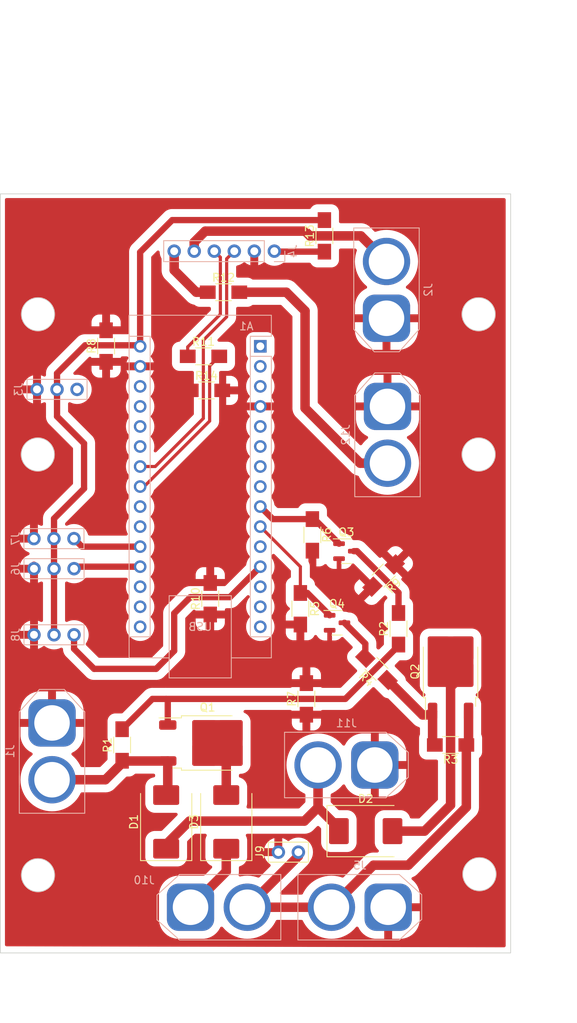
<source format=kicad_pcb>
(kicad_pcb (version 20221018) (generator pcbnew)
  (layers (0 "F.Cu" signal) (31 "B.Cu" signal) (34 "B.Paste" user) (35 "F.Paste" user) (36 "B.SilkS" user "B.Silkscreen") (37 "F.SilkS" user "F.Silkscreen") (38 "B.Mask" user) (39 "F.Mask" user) (44 "Edge.Cuts" user))
  (net 0 "")
  (net 4 "PWR_GND")
  (net 10 "ESC")
  (net 17 "CH3")
  (net 18 "CH6")
  (net 25 "PWR_5V")
  (net 26 "INA_IN")
  (net 27 "PANEL_IN")
  (net 28 "Net-(D2-A)")
  (net 29 "RESIS_IN")
  (net 30 "Net-(D3-A)")
  (net 31 "PANEL_OUT")
  (net 33 "SCL")
  (net 34 "SDA")
  (net 35 "Net-(Q1-G)")
  (net 36 "Net-(Q2-G)")
  (net 37 "CHARGE_EN")
  (net 38 "Net-(Q3-D)")
  (net 39 "SC_EN")
  (net 40 "Net-(Q4-D)")
  (net 41 "RESIS_OUT")
  (net 42 "STEP-UP_IN+")
  (footprint "fab:R_1206" (layer "F.Cu") (at 106.934 85.058 90)
    (fp_text reference "R8" (at 0 -1.85 90) (layer "F.SilkS"))
    (fp_text value "0 Ohm")
    (fp_line (start -1 -1.07) (end 1 -1.07) (stroke (width 0.12)) (layer "F.SilkS"))
    (fp_line (start 1 1.07) (end -1 1.07) (stroke (width 0.12)) (layer "F.SilkS"))
    (pad "1" smd rect (at -2 0 90) (size 2 1.7) (layers "F.Cu" "F.Paste" "F.Mask") (net 4 "PWR_GND"))
    (pad "2" smd rect (at 2 0 90) (size 2 1.7) (layers "F.Cu" "F.Paste" "F.Mask") (net 4 "PWR_GND"))
  )
  (footprint "Package_TO_SOT_SMD:TO-252-2" (layer "F.Cu") (at 150.621 126.331 90)
    (fp_text reference "Q2" (at 0 -4.5 90) (layer "F.SilkS"))
    (fp_text value "SUD08P06-155L")
    (fp_line (start -3.31 -3.45) (end -3.31 -3.18) (stroke (width 0.12)) (layer "F.SilkS"))
    (fp_line (start -3.31 -3.18) (end -6.14 -3.18) (stroke (width 0.12)) (layer "F.SilkS"))
    (fp_line (start -3.31 3.18) (end -4.41 3.18) (stroke (width 0.12)) (layer "F.SilkS"))
    (fp_line (start -3.31 3.45) (end -3.31 3.18) (stroke (width 0.12)) (layer "F.SilkS"))
    (fp_line (start 3.11 -3.45) (end -3.31 -3.45) (stroke (width 0.12)) (layer "F.SilkS"))
    (fp_line (start 3.11 3.45) (end -3.31 3.45) (stroke (width 0.12)) (layer "F.SilkS"))
    (pad "1" smd roundrect (at -5.04 -2.28 90) (size 2.2 1.2) (layers "F.Cu" "F.Paste" "F.Mask") (roundrect_rratio 0.2083333333) (net 36 "Net-(Q2-G)"))
    (pad "2" smd roundrect (at -0.415 -1.525 90) (size 3.05 2.75) (layers "F.Cu" "F.Paste") (roundrect_rratio 0.09090909091) (net 28 "Net-(D2-A)"))
    (pad "2" smd roundrect (at -0.415 1.525 90) (size 3.05 2.75) (layers "F.Cu" "F.Paste") (roundrect_rratio 0.09090909091) (net 28 "Net-(D2-A)"))
    (pad "2" smd roundrect (at 1.26 0 90) (size 6.4 5.8) (layers "F.Cu" "F.Mask") (roundrect_rratio 0.04310293103) (net 28 "Net-(D2-A)"))
    (pad "2" smd roundrect (at 2.935 -1.525 90) (size 3.05 2.75) (layers "F.Cu" "F.Paste") (roundrect_rratio 0.09090909091) (net 28 "Net-(D2-A)"))
    (pad "2" smd roundrect (at 2.935 1.525 90) (size 3.05 2.75) (layers "F.Cu" "F.Paste") (roundrect_rratio 0.09090909091) (net 28 "Net-(D2-A)"))
    (pad "3" smd roundrect (at -5.04 2.28 90) (size 2.2 1.2) (layers "F.Cu" "F.Paste" "F.Mask") (roundrect_rratio 0.2083333333) (net 41 "RESIS_OUT"))
  )
  (footprint "fab:R_1206" (layer "F.Cu") (at 132.334 129.794 90)
    (fp_text reference "R7" (at 0 -1.85 90) (layer "F.SilkS"))
    (fp_text value "0 Ohm")
    (fp_line (start -1 -1.07) (end 1 -1.07) (stroke (width 0.12)) (layer "F.SilkS"))
    (fp_line (start 1 1.07) (end -1 1.07) (stroke (width 0.12)) (layer "F.SilkS"))
    (pad "1" smd rect (at -2 0 90) (size 2 1.7) (layers "F.Cu" "F.Paste" "F.Mask") (net 4 "PWR_GND"))
    (pad "2" smd rect (at 2 0 90) (size 2 1.7) (layers "F.Cu" "F.Paste" "F.Mask") (net 4 "PWR_GND"))
  )
  (footprint "fab:R_1206" (layer "F.Cu") (at 120.142 117.094 90)
    (fp_text reference "R10" (at 0 -1.85 90) (layer "F.SilkS"))
    (fp_text value "0 Ohm")
    (fp_line (start -1 -1.07) (end 1 -1.07) (stroke (width 0.12)) (layer "F.SilkS"))
    (fp_line (start 1 1.07) (end -1 1.07) (stroke (width 0.12)) (layer "F.SilkS"))
    (pad "1" smd rect (at -2 0 90) (size 2 1.7) (layers "F.Cu" "F.Paste" "F.Mask") (net 4 "PWR_GND"))
    (pad "2" smd rect (at 2 0 90) (size 2 1.7) (layers "F.Cu" "F.Paste" "F.Mask") (net 4 "PWR_GND"))
  )
  (footprint "fab:R_1206" (layer "F.Cu") (at 121.825 78.232)
    (fp_text reference "R12" (at 0 -1.85) (layer "F.SilkS"))
    (fp_text value "0 Ohm")
    (fp_line (start -1 -1.07) (end 1 -1.07) (stroke (width 0.12)) (layer "F.SilkS"))
    (fp_line (start 1 1.07) (end -1 1.07) (stroke (width 0.12)) (layer "F.SilkS"))
    (pad "1" smd rect (at -2 0) (size 2 1.7) (layers "F.Cu" "F.Paste" "F.Mask") (net 26 "INA_IN"))
    (pad "2" smd rect (at 2 0) (size 2 1.7) (layers "F.Cu" "F.Paste" "F.Mask") (net 26 "INA_IN"))
  )
  (footprint "fab:R_1206" (layer "F.Cu") (at 119.285 86.36)
    (fp_text reference "R11" (at 0 -1.85) (layer "F.SilkS"))
    (fp_text value "0 Ohm")
    (fp_line (start -1 -1.07) (end 1 -1.07) (stroke (width 0.12)) (layer "F.SilkS"))
    (fp_line (start 1 1.07) (end -1 1.07) (stroke (width 0.12)) (layer "F.SilkS"))
    (pad "1" smd rect (at -2 0) (size 2 1.7) (layers "F.Cu" "F.Paste" "F.Mask") (net 34 "SDA"))
    (pad "2" smd rect (at 2 0) (size 2 1.7) (layers "F.Cu" "F.Paste" "F.Mask") (net 34 "SDA"))
  )
  (footprint "Package_TO_SOT_SMD:SOT-23" (layer "F.Cu") (at 137.414 111.064)
    (fp_text reference "Q3" (at 0 -2.4) (layer "F.SilkS"))
    (fp_text value "BSS123")
    (fp_line (start 0 -1.56) (end -1.675 -1.56) (stroke (width 0.12)) (layer "F.SilkS"))
    (fp_line (start 0 -1.56) (end 0.65 -1.56) (stroke (width 0.12)) (layer "F.SilkS"))
    (fp_line (start 0 1.56) (end -0.65 1.56) (stroke (width 0.12)) (layer "F.SilkS"))
    (fp_line (start 0 1.56) (end 0.65 1.56) (stroke (width 0.12)) (layer "F.SilkS"))
    (pad "1" smd roundrect (at -0.9375 -0.95) (size 1.475 0.6) (layers "F.Cu" "F.Paste" "F.Mask") (net 37 "CHARGE_EN"))
    (pad "2" smd roundrect (at -0.9375 0.95) (size 1.475 0.6) (layers "F.Cu" "F.Paste" "F.Mask") (net 4 "PWR_GND"))
    (pad "3" smd roundrect (at 0.9375 0) (size 1.475 0.6) (layers "F.Cu" "F.Paste" "F.Mask") (net 38 "Net-(Q3-D)"))
  )
  (footprint "fab:R_1206" (layer "F.Cu") (at 131.572 118.364 -90)
    (fp_text reference "R5" (at 0 -1.85 90) (layer "F.SilkS"))
    (fp_text value "10K")
    (fp_line (start -1 -1.07) (end 1 -1.07) (stroke (width 0.12)) (layer "F.SilkS"))
    (fp_line (start 1 1.07) (end -1 1.07) (stroke (width 0.12)) (layer "F.SilkS"))
    (pad "1" smd rect (at -2 0 270) (size 2 1.7) (layers "F.Cu" "F.Paste" "F.Mask") (net 39 "SC_EN"))
    (pad "2" smd rect (at 2 0 270) (size 2 1.7) (layers "F.Cu" "F.Paste" "F.Mask") (net 4 "PWR_GND"))
  )
  (footprint "Diode_SMD:D_SMC" (layer "F.Cu") (at 139.856 146.558)
    (fp_text reference "D2" (at 0 -4.1) (layer "F.SilkS"))
    (fp_text value "D_Schottky")
    (fp_line (start -4.91 -3.25) (end 3.6 -3.25) (stroke (width 0.12)) (layer "F.SilkS"))
    (fp_line (start -4.91 3.25) (end -4.91 -3.25) (stroke (width 0.12)) (layer "F.SilkS"))
    (fp_line (start -4.91 3.25) (end 3.6 3.25) (stroke (width 0.12)) (layer "F.SilkS"))
    (pad "1" smd roundrect (at -3.4 0 90) (size 3.3 2.5) (layers "F.Cu" "F.Paste" "F.Mask") (roundrect_rratio 0.1) (net 42 "STEP-UP_IN+"))
    (pad "2" smd roundrect (at 3.4 0 90) (size 3.3 2.5) (layers "F.Cu" "F.Paste" "F.Mask") (roundrect_rratio 0.1) (net 28 "Net-(D2-A)"))
  )
  (footprint "fab:R_1206" (layer "F.Cu") (at 108.966 135.636 90)
    (fp_text reference "R1" (at 0 -1.85 90) (layer "F.SilkS"))
    (fp_text value "10K")
    (fp_line (start -1 -1.07) (end 1 -1.07) (stroke (width 0.12)) (layer "F.SilkS"))
    (fp_line (start 1 1.07) (end -1 1.07) (stroke (width 0.12)) (layer "F.SilkS"))
    (pad "1" smd rect (at -2 0 90) (size 2 1.7) (layers "F.Cu" "F.Paste" "F.Mask") (net 27 "PANEL_IN"))
    (pad "2" smd rect (at 2 0 90) (size 2 1.7) (layers "F.Cu" "F.Paste" "F.Mask") (net 35 "Net-(Q1-G)"))
  )
  (footprint "fab:R_1206" (layer "F.Cu") (at 144.018 120.904 90)
    (fp_text reference "R2" (at 0 -1.85 90) (layer "F.SilkS"))
    (fp_text value "10K")
    (fp_line (start -1 -1.07) (end 1 -1.07) (stroke (width 0.12)) (layer "F.SilkS"))
    (fp_line (start 1 1.07) (end -1 1.07) (stroke (width 0.12)) (layer "F.SilkS"))
    (pad "1" smd rect (at -2 0 90) (size 2 1.7) (layers "F.Cu" "F.Paste" "F.Mask") (net 35 "Net-(Q1-G)"))
    (pad "2" smd rect (at 2 0 90) (size 2 1.7) (layers "F.Cu" "F.Paste" "F.Mask") (net 38 "Net-(Q3-D)"))
  )
  (footprint "fab:R_1206" (layer "F.Cu") (at 119.666 90.678)
    (fp_text reference "R14" (at 0 -1.85) (layer "F.SilkS"))
    (fp_text value "0 Ohm")
    (fp_line (start -1 -1.07) (end 1 -1.07) (stroke (width 0.12)) (layer "F.SilkS"))
    (fp_line (start 1 1.07) (end -1 1.07) (stroke (width 0.12)) (layer "F.SilkS"))
    (pad "1" smd rect (at -2 0) (size 2 1.7) (layers "F.Cu" "F.Paste" "F.Mask") (net 4 "PWR_GND"))
    (pad "2" smd rect (at 2 0) (size 2 1.7) (layers "F.Cu" "F.Paste" "F.Mask") (net 4 "PWR_GND"))
  )
  (footprint "fab:R_1206" (layer "F.Cu") (at 134.62 71.088 90)
    (fp_text reference "R13" (at 0 -1.85 90) (layer "F.SilkS"))
    (fp_text value "0 Ohm")
    (fp_line (start -1 -1.07) (end 1 -1.07) (stroke (width 0.12)) (layer "F.SilkS"))
    (fp_line (start 1 1.07) (end -1 1.07) (stroke (width 0.12)) (layer "F.SilkS"))
    (pad "1" smd rect (at -2 0 90) (size 2 1.7) (layers "F.Cu" "F.Paste" "F.Mask") (net 25 "PWR_5V"))
    (pad "2" smd rect (at 2 0 90) (size 2 1.7) (layers "F.Cu" "F.Paste" "F.Mask") (net 25 "PWR_5V"))
  )
  (footprint "Diode_SMD:D_SMC" (layer "F.Cu") (at 122.174 145.386 90)
    (fp_text reference "D3" (at 0 -4.1 90) (layer "F.SilkS"))
    (fp_text value "D_Schottky")
    (fp_line (start -4.91 -3.25) (end 3.6 -3.25) (stroke (width 0.12)) (layer "F.SilkS"))
    (fp_line (start -4.91 3.25) (end -4.91 -3.25) (stroke (width 0.12)) (layer "F.SilkS"))
    (fp_line (start -4.91 3.25) (end 3.6 3.25) (stroke (width 0.12)) (layer "F.SilkS"))
    (pad "1" smd roundrect (at -3.4 0 180) (size 3.3 2.5) (layers "F.Cu" "F.Paste" "F.Mask") (roundrect_rratio 0.1) (net 29 "RESIS_IN"))
    (pad "2" smd roundrect (at 3.4 0 180) (size 3.3 2.5) (layers "F.Cu" "F.Paste" "F.Mask") (roundrect_rratio 0.1) (net 30 "Net-(D3-A)"))
  )
  (footprint "fab:PinHeader_1x02_P2.54mm_Vertical_THT_D1mm" (layer "F.Cu") (at 128.778 149.225 90)
    (fp_text reference "J9" (at 0 -2.33 90) (layer "F.SilkS"))
    (fp_text value "Sensor_SC+")
    (fp_line (start -1.27 -1.27) (end -1.27 3.81) (stroke (width 0.12)) (layer "F.SilkS"))
    (fp_line (start -1.27 -1.27) (end 1.27 -1.27) (stroke (width 0.12)) (layer "F.SilkS"))
    (fp_line (start -1.27 3.81) (end 1.27 3.81) (stroke (width 0.12)) (layer "F.SilkS"))
    (fp_line (start 1.27 -1.27) (end 1.27 3.81) (stroke (width 0.12)) (layer "F.SilkS"))
    (pad "1" thru_hole oval (at 0 0 90) (size 1.7 1.7) (drill 1) (layers "*.Cu" "*.Mask") (net 4 "PWR_GND"))
    (pad "2" thru_hole oval (at 0 2.54 90) (size 1.7 1.7) (drill 1) (layers "*.Cu" "*.Mask") (net 41 "RESIS_OUT"))
  )
  (footprint "fab:R_1206" (layer "F.Cu") (at 141.224 125.984 135)
    (fp_text reference "R4" (at 0 -1.85 135) (layer "F.SilkS"))
    (fp_text value "10K")
    (fp_line (start -1 -1.07) (end 1 -1.07) (stroke (width 0.12)) (layer "F.SilkS"))
    (fp_line (start 1 1.07) (end -1 1.07) (stroke (width 0.12)) (layer "F.SilkS"))
    (pad "1" smd rect (at -2 0 135) (size 2 1.7) (layers "F.Cu" "F.Paste" "F.Mask") (net 36 "Net-(Q2-G)"))
    (pad "2" smd rect (at 2 0 135) (size 2 1.7) (layers "F.Cu" "F.Paste" "F.Mask") (net 40 "Net-(Q4-D)"))
  )
  (footprint "fab:R_1206" (layer "F.Cu") (at 142.130214 114.155786 -135)
    (fp_text reference "R9" (at 0 -1.85 45) (layer "F.SilkS"))
    (fp_text value "0 Ohm")
    (fp_line (start -1 -1.07) (end 1 -1.07) (stroke (width 0.12)) (layer "F.SilkS"))
    (fp_line (start 1 1.07) (end -1 1.07) (stroke (width 0.12)) (layer "F.SilkS"))
    (pad "1" smd rect (at -2 0 225) (size 2 1.7) (layers "F.Cu" "F.Paste" "F.Mask") (net 4 "PWR_GND"))
    (pad "2" smd rect (at 2 0 225) (size 2 1.7) (layers "F.Cu" "F.Paste" "F.Mask") (net 4 "PWR_GND"))
  )
  (footprint "Package_TO_SOT_SMD:SOT-23" (layer "F.Cu") (at 136.2225 120.142)
    (fp_text reference "Q4" (at 0 -2.4) (layer "F.SilkS"))
    (fp_text value "BSS123")
    (fp_line (start 0 -1.56) (end -1.675 -1.56) (stroke (width 0.12)) (layer "F.SilkS"))
    (fp_line (start 0 -1.56) (end 0.65 -1.56) (stroke (width 0.12)) (layer "F.SilkS"))
    (fp_line (start 0 1.56) (end -0.65 1.56) (stroke (width 0.12)) (layer "F.SilkS"))
    (fp_line (start 0 1.56) (end 0.65 1.56) (stroke (width 0.12)) (layer "F.SilkS"))
    (pad "1" smd roundrect (at -0.9375 -0.95) (size 1.475 0.6) (layers "F.Cu" "F.Paste" "F.Mask") (net 39 "SC_EN"))
    (pad "2" smd roundrect (at -0.9375 0.95) (size 1.475 0.6) (layers "F.Cu" "F.Paste" "F.Mask") (net 4 "PWR_GND"))
    (pad "3" smd roundrect (at 0.9375 0) (size 1.475 0.6) (layers "F.Cu" "F.Paste" "F.Mask") (net 40 "Net-(Q4-D)"))
  )
  (footprint "Package_TO_SOT_SMD:TO-252-2" (layer "F.Cu") (at 119.795 135.383)
    (fp_text reference "Q1" (at 0 -4.5) (layer "F.SilkS"))
    (fp_text value "SUD08P06-155L")
    (fp_line (start -3.31 -3.45) (end -3.31 -3.18) (stroke (width 0.12)) (layer "F.SilkS"))
    (fp_line (start -3.31 -3.18) (end -6.14 -3.18) (stroke (width 0.12)) (layer "F.SilkS"))
    (fp_line (start -3.31 3.18) (end -4.41 3.18) (stroke (width 0.12)) (layer "F.SilkS"))
    (fp_line (start -3.31 3.45) (end -3.31 3.18) (stroke (width 0.12)) (layer "F.SilkS"))
    (fp_line (start 3.11 -3.45) (end -3.31 -3.45) (stroke (width 0.12)) (layer "F.SilkS"))
    (fp_line (start 3.11 3.45) (end -3.31 3.45) (stroke (width 0.12)) (layer "F.SilkS"))
    (pad "1" smd roundrect (at -5.04 -2.28) (size 2.2 1.2) (layers "F.Cu" "F.Paste" "F.Mask") (roundrect_rratio 0.2083333333) (net 35 "Net-(Q1-G)"))
    (pad "2" smd roundrect (at -0.415 -1.525) (size 3.05 2.75) (layers "F.Cu" "F.Paste") (roundrect_rratio 0.09090909091) (net 30 "Net-(D3-A)"))
    (pad "2" smd roundrect (at -0.415 1.525) (size 3.05 2.75) (layers "F.Cu" "F.Paste") (roundrect_rratio 0.09090909091) (net 30 "Net-(D3-A)"))
    (pad "2" smd roundrect (at 1.26 0) (size 6.4 5.8) (layers "F.Cu" "F.Mask") (roundrect_rratio 0.04310293103) (net 30 "Net-(D3-A)"))
    (pad "2" smd roundrect (at 2.935 -1.525) (size 3.05 2.75) (layers "F.Cu" "F.Paste") (roundrect_rratio 0.09090909091) (net 30 "Net-(D3-A)"))
    (pad "2" smd roundrect (at 2.935 1.525) (size 3.05 2.75) (layers "F.Cu" "F.Paste") (roundrect_rratio 0.09090909091) (net 30 "Net-(D3-A)"))
    (pad "3" smd roundrect (at -5.04 2.28) (size 2.2 1.2) (layers "F.Cu" "F.Paste" "F.Mask") (roundrect_rratio 0.2083333333) (net 27 "PANEL_IN"))
  )
  (footprint "Diode_SMD:D_SMC" (layer "F.Cu") (at 114.554 145.386 90)
    (fp_text reference "D1" (at 0 -4.1 90) (layer "F.SilkS"))
    (fp_text value "D_Schottky")
    (fp_line (start -4.91 -3.25) (end 3.6 -3.25) (stroke (width 0.12)) (layer "F.SilkS"))
    (fp_line (start -4.91 3.25) (end -4.91 -3.25) (stroke (width 0.12)) (layer "F.SilkS"))
    (fp_line (start -4.91 3.25) (end 3.6 3.25) (stroke (width 0.12)) (layer "F.SilkS"))
    (pad "1" smd roundrect (at -3.4 0 180) (size 3.3 2.5) (layers "F.Cu" "F.Paste" "F.Mask") (roundrect_rratio 0.1) (net 42 "STEP-UP_IN+"))
    (pad "2" smd roundrect (at 3.4 0 180) (size 3.3 2.5) (layers "F.Cu" "F.Paste" "F.Mask") (roundrect_rratio 0.1) (net 27 "PANEL_IN"))
  )
  (footprint "fab:R_1206" (layer "F.Cu") (at 150.622 135.636 180)
    (fp_text reference "R3" (at 0 -1.85) (layer "F.SilkS"))
    (fp_text value "10K")
    (fp_line (start -1 -1.07) (end 1 -1.07) (stroke (width 0.12)) (layer "F.SilkS"))
    (fp_line (start 1 1.07) (end -1 1.07) (stroke (width 0.12)) (layer "F.SilkS"))
    (pad "1" smd rect (at -2 0 180) (size 2 1.7) (layers "F.Cu" "F.Paste" "F.Mask") (net 41 "RESIS_OUT"))
    (pad "2" smd rect (at 2 0 180) (size 2 1.7) (layers "F.Cu" "F.Paste" "F.Mask") (net 36 "Net-(Q2-G)"))
  )
  (footprint "fab:R_1206" (layer "F.Cu") (at 133.096 108.998 -90)
    (fp_text reference "R6" (at 0 -1.85 90) (layer "F.SilkS"))
    (fp_text value "10K")
    (fp_line (start -1 -1.07) (end 1 -1.07) (stroke (width 0.12)) (layer "F.SilkS"))
    (fp_line (start 1 1.07) (end -1 1.07) (stroke (width 0.12)) (layer "F.SilkS"))
    (pad "1" smd rect (at -2 0 270) (size 2 1.7) (layers "F.Cu" "F.Paste" "F.Mask") (net 37 "CHARGE_EN"))
    (pad "2" smd rect (at 2 0 270) (size 2 1.7) (layers "F.Cu" "F.Paste" "F.Mask") (net 4 "PWR_GND"))
  )
  (footprint "fab:PinHeader_1x03_P2.54mm_Vertical_THT_D1mm" (layer "B.Cu") (at 97.78 109.474 -90)
    (fp_text reference "J7" (at 0 2.33 90) (layer "B.SilkS") (effects (justify mirror)))
    (fp_text value "Conn 1x3 - CH6 auto")
    (fp_line (start -1.27 -6.35) (end 1.27 -6.35) (stroke (width 0.12)) (layer "B.SilkS"))
    (fp_line (start -1.27 1.27) (end -1.27 -6.35) (stroke (width 0.12)) (layer "B.SilkS"))
    (fp_line (start -1.27 1.27) (end 1.27 1.27) (stroke (width 0.12)) (layer "B.SilkS"))
    (fp_line (start 1.27 1.27) (end 1.27 -6.35) (stroke (width 0.12)) (layer "B.SilkS"))
    (pad "1" thru_hole oval (at 0 0 270) (size 1.7 1.7) (drill 1) (layers "*.Cu" "*.Mask") (net 4 "PWR_GND"))
    (pad "2" thru_hole oval (at 0 -2.54 270) (size 1.7 1.7) (drill 1) (layers "*.Cu" "*.Mask") (net 25 "PWR_5V"))
    (pad "3" thru_hole oval (at 0 -5.08 270) (size 1.7 1.7) (drill 1) (layers "*.Cu" "*.Mask") (net 18 "CH6"))
  )
  (footprint "fab:PinHeader_1x06_P2.54mm_Vertical_THT_D1mm" (layer "B.Cu") (at 128.27 73.025 90)
    (fp_text reference "J4" (at 0 2.33 270) (layer "B.SilkS") (effects (justify mirror)))
    (fp_text value "Conn_01x06 INA219")
    (fp_line (start -1.33 -14.03) (end 1.33 -14.03) (stroke (width 0.12)) (layer "B.SilkS"))
    (fp_line (start -1.33 -1.27) (end -1.33 -14.03) (stroke (width 0.12)) (layer "B.SilkS"))
    (fp_line (start -1.33 -1.27) (end 1.33 -1.27) (stroke (width 0.12)) (layer "B.SilkS"))
    (fp_line (start -1.33 0) (end -1.33 1.33) (stroke (width 0.12)) (layer "B.SilkS"))
    (fp_line (start -1.33 1.33) (end 0 1.33) (stroke (width 0.12)) (layer "B.SilkS"))
    (fp_line (start 1.33 -1.27) (end 1.33 -14.03) (stroke (width 0.12)) (layer "B.SilkS"))
    (pad "1" thru_hole circle (at 0 0 90) (size 1.7 1.7) (drill 1) (layers "*.Cu" "*.Mask") (net 25 "PWR_5V"))
    (pad "2" thru_hole oval (at 0 -2.54 90) (size 1.7 1.7) (drill 1) (layers "*.Cu" "*.Mask") (net 4 "PWR_GND"))
    (pad "3" thru_hole oval (at 0 -5.08 90) (size 1.7 1.7) (drill 1) (layers "*.Cu" "*.Mask") (net 33 "SCL"))
    (pad "4" thru_hole oval (at 0 -7.62 90) (size 1.7 1.7) (drill 1) (layers "*.Cu" "*.Mask") (net 34 "SDA"))
    (pad "5" thru_hole oval (at 0 -10.16 90) (size 1.7 1.7) (drill 1) (layers "*.Cu" "*.Mask") (net 31 "PANEL_OUT"))
    (pad "6" thru_hole oval (at 0 -12.7 90) (size 1.7 1.7) (drill 1) (layers "*.Cu" "*.Mask") (net 26 "INA_IN"))
  )
  (footprint "Connector_AMASS:AMASS_XT60-M_1x02_P7.20mm_Vertical" (layer "B.Cu") (at 141.014 138.176 180)
    (fp_text reference "J11" (at 3.6 5.3) (layer "B.SilkS") (effects (justify mirror)))
    (fp_text value "STEP-UP-IN")
    (fp_line (start -4.25 -1.55) (end -1.4 -4.15) (stroke (width 0.12)) (layer "B.SilkS"))
    (fp_line (start -4.25 1.6) (end -4.25 -1.55) (stroke (width 0.12)) (layer "B.SilkS"))
    (fp_line (start -1.4 -4.15) (end 11.45 -4.15) (stroke (width 0.12)) (layer "B.SilkS"))
    (fp_line (start -1.4 4.15) (end -4.25 1.6) (stroke (width 0.12)) (layer "B.SilkS"))
    (fp_line (start 11.45 -4.15) (end 11.45 4.15) (stroke (width 0.12)) (layer "B.SilkS"))
    (fp_line (start 11.45 4.15) (end -1.4 4.15) (stroke (width 0.12)) (layer "B.SilkS"))
    (pad "1" thru_hole roundrect (at 0 0 180) (size 6 6) (drill 4.5) (layers "*.Cu" "*.Mask") (net 4 "PWR_GND"))
    (pad "2" thru_hole circle (at 7.2 0 180) (size 6 6) (drill 4.5) (layers "*.Cu" "*.Mask") (net 42 "STEP-UP_IN+"))
  )
  (footprint "Module:Arduino_Nano" (layer "B.Cu") (at 126.492 85.09 180)
    (fp_text reference "A1" (at 1.778 2.54) (layer "B.SilkS") (effects (justify mirror)))
    (fp_text value "Arduino_Nano_v3.x")
    (fp_text user "USB" (at 7.62 -35.56 unlocked) (layer "B.SilkS") (effects (justify mirror)))
    (fp_line (start -1.4 -39.5) (end 3.68 -39.5) (stroke (width 0.12)) (layer "B.SilkS"))
    (fp_line (start -1.4 -1.27) (end -1.4 -39.5) (stroke (width 0.12)) (layer "B.SilkS"))
    (fp_line (start -1.4 3.94) (end -1.4 1.27) (stroke (width 0.12)) (layer "B.SilkS"))
    (fp_line (start 1.27 -36.83) (end -1.4 -36.83) (stroke (width 0.12)) (layer "B.SilkS"))
    (fp_line (start 1.27 -1.27) (end -1.4 -1.27) (stroke (width 0.12)) (layer "B.SilkS"))
    (fp_line (start 1.27 -1.27) (end 1.27 -36.83) (stroke (width 0.12)) (layer "B.SilkS"))
    (fp_line (start 1.27 -1.27) (end 1.27 1.27) (stroke (width 0.12)) (layer "B.SilkS"))
    (fp_line (start 1.27 1.27) (end -1.4 1.27) (stroke (width 0.12)) (layer "B.SilkS"))
    (fp_line (start 3.68 -42.04) (end 3.68 -31.62) (stroke (width 0.12)) (layer "B.SilkS"))
    (fp_line (start 3.68 -31.62) (end 11.56 -31.62) (stroke (width 0.12)) (layer "B.SilkS"))
    (fp_line (start 11.56 -42.04) (end 3.68 -42.04) (stroke (width 0.12)) (layer "B.SilkS"))
    (fp_line (start 11.56 -31.62) (end 11.56 -42.04) (stroke (width 0.12)) (layer "B.SilkS"))
    (fp_line (start 13.97 -36.83) (end 16.64 -36.83) (stroke (width 0.12)) (layer "B.SilkS"))
    (fp_line (start 13.97 1.27) (end 13.97 -36.83) (stroke (width 0.12)) (layer "B.SilkS"))
    (fp_line (start 13.97 1.27) (end 16.64 1.27) (stroke (width 0.12)) (layer "B.SilkS"))
    (fp_line (start 16.64 -39.5) (end 11.56 -39.5) (stroke (width 0.12)) (layer "B.SilkS"))
    (fp_line (start 16.64 -39.5) (end 16.64 3.94) (stroke (width 0.12)) (layer "B.SilkS"))
    (fp_line (start 16.64 3.94) (end -1.4 3.94) (stroke (width 0.12)) (layer "B.SilkS"))
    (pad "1" thru_hole rect (at 0 0 180) (size 1.6 1.6) (drill 1) (layers "*.Cu" "*.Mask"))
    (pad "2" thru_hole oval (at 0 -2.54 180) (size 1.6 1.6) (drill 1) (layers "*.Cu" "*.Mask"))
    (pad "3" thru_hole oval (at 0 -5.08 180) (size 1.6 1.6) (drill 1) (layers "*.Cu" "*.Mask"))
    (pad "4" thru_hole oval (at 0 -7.62 180) (size 1.6 1.6) (drill 1) (layers "*.Cu" "*.Mask") (net 4 "PWR_GND"))
    (pad "5" thru_hole oval (at 0 -10.16 180) (size 1.6 1.6) (drill 1) (layers "*.Cu" "*.Mask"))
    (pad "6" thru_hole oval (at 0 -12.7 180) (size 1.6 1.6) (drill 1) (layers "*.Cu" "*.Mask"))
    (pad "7" thru_hole oval (at 0 -15.24 180) (size 1.6 1.6) (drill 1) (layers "*.Cu" "*.Mask"))
    (pad "8" thru_hole oval (at 0 -17.78 180) (size 1.6 1.6) (drill 1) (layers "*.Cu" "*.Mask"))
    (pad "9" thru_hole oval (at 0 -20.32 180) (size 1.6 1.6) (drill 1) (layers "*.Cu" "*.Mask") (net 37 "CHARGE_EN"))
    (pad "10" thru_hole oval (at 0 -22.86 180) (size 1.6 1.6) (drill 1) (layers "*.Cu" "*.Mask") (net 39 "SC_EN"))
    (pad "11" thru_hole oval (at 0 -25.4 180) (size 1.6 1.6) (drill 1) (layers "*.Cu" "*.Mask"))
    (pad "12" thru_hole oval (at 0 -27.94 180) (size 1.6 1.6) (drill 1) (layers "*.Cu" "*.Mask") (net 10 "ESC"))
    (pad "13" thru_hole oval (at 0 -30.48 180) (size 1.6 1.6) (drill 1) (layers "*.Cu" "*.Mask"))
    (pad "14" thru_hole oval (at 0 -33.02 180) (size 1.6 1.6) (drill 1) (layers "*.Cu" "*.Mask"))
    (pad "15" thru_hole oval (at 0 -35.56 180) (size 1.6 1.6) (drill 1) (layers "*.Cu" "*.Mask"))
    (pad "16" thru_hole oval (at 15.24 -35.56 180) (size 1.6 1.6) (drill 1) (layers "*.Cu" "*.Mask"))
    (pad "17" thru_hole oval (at 15.24 -33.02 180) (size 1.6 1.6) (drill 1) (layers "*.Cu" "*.Mask"))
    (pad "18" thru_hole oval (at 15.24 -30.48 180) (size 1.6 1.6) (drill 1) (layers "*.Cu" "*.Mask"))
    (pad "19" thru_hole oval (at 15.24 -27.94 180) (size 1.6 1.6) (drill 1) (layers "*.Cu" "*.Mask") (net 17 "CH3"))
    (pad "20" thru_hole oval (at 15.24 -25.4 180) (size 1.6 1.6) (drill 1) (layers "*.Cu" "*.Mask") (net 18 "CH6"))
    (pad "21" thru_hole oval (at 15.24 -22.86 180) (size 1.6 1.6) (drill 1) (layers "*.Cu" "*.Mask"))
    (pad "22" thru_hole oval (at 15.24 -20.32 180) (size 1.6 1.6) (drill 1) (layers "*.Cu" "*.Mask"))
    (pad "23" thru_hole oval (at 15.24 -17.78 180) (size 1.6 1.6) (drill 1) (layers "*.Cu" "*.Mask") (net 34 "SDA"))
    (pad "24" thru_hole oval (at 15.24 -15.24 180) (size 1.6 1.6) (drill 1) (layers "*.Cu" "*.Mask") (net 33 "SCL"))
    (pad "25" thru_hole oval (at 15.24 -12.7 180) (size 1.6 1.6) (drill 1) (layers "*.Cu" "*.Mask"))
    (pad "26" thru_hole oval (at 15.24 -10.16 180) (size 1.6 1.6) (drill 1) (layers "*.Cu" "*.Mask"))
    (pad "27" thru_hole oval (at 15.24 -7.62 180) (size 1.6 1.6) (drill 1) (layers "*.Cu" "*.Mask"))
    (pad "28" thru_hole oval (at 15.24 -5.08 180) (size 1.6 1.6) (drill 1) (layers "*.Cu" "*.Mask"))
    (pad "29" thru_hole oval (at 15.24 -2.54 180) (size 1.6 1.6) (drill 1) (layers "*.Cu" "*.Mask") (net 4 "PWR_GND"))
    (pad "30" thru_hole oval (at 15.24 0 180) (size 1.6 1.6) (drill 1) (layers "*.Cu" "*.Mask") (net 25 "PWR_5V"))
  )
  (footprint "Connector_AMASS:AMASS_XT60-F_1x02_P7.20mm_Vertical" (layer "B.Cu") (at 100.076 132.842 -90)
    (fp_text reference "J1" (at 3.6 5.3 90) (layer "B.SilkS") (effects (justify mirror)))
    (fp_text value "IN Solar")
    (fp_line (start -4.25 -1.55) (end -1.4 -4.15) (stroke (width 0.12)) (layer "B.SilkS"))
    (fp_line (start -4.25 1.6) (end -4.25 -1.55) (stroke (width 0.12)) (layer "B.SilkS"))
    (fp_line (start -1.4 -4.15) (end 11.45 -4.15) (stroke (width 0.12)) (layer "B.SilkS"))
    (fp_line (start -1.4 4.15) (end -4.25 1.6) (stroke (width 0.12)) (layer "B.SilkS"))
    (fp_line (start 11.45 -4.15) (end 11.45 4.15) (stroke (width 0.12)) (layer "B.SilkS"))
    (fp_line (start 11.45 4.15) (end -1.4 4.15) (stroke (width 0.12)) (layer "B.SilkS"))
    (pad "1" thru_hole roundrect (at 0 0 270) (size 6 6) (drill 4.5) (layers "*.Cu" "*.Mask") (net 4 "PWR_GND"))
    (pad "2" thru_hole circle (at 7.2 0 270) (size 6 6) (drill 4.5) (layers "*.Cu" "*.Mask") (net 27 "PANEL_IN"))
  )
  (footprint "fab:PinHeader_1x03_P2.54mm_Vertical_THT_D1mm" (layer "B.Cu") (at 97.79 113.284 -90)
    (fp_text reference "J6" (at 0 2.33 90) (layer "B.SilkS") (effects (justify mirror)))
    (fp_text value "Conn 1x3 - CH3 vel")
    (fp_line (start -1.27 -6.35) (end 1.27 -6.35) (stroke (width 0.12)) (layer "B.SilkS"))
    (fp_line (start -1.27 1.27) (end -1.27 -6.35) (stroke (width 0.12)) (layer "B.SilkS"))
    (fp_line (start -1.27 1.27) (end 1.27 1.27) (stroke (width 0.12)) (layer "B.SilkS"))
    (fp_line (start 1.27 1.27) (end 1.27 -6.35) (stroke (width 0.12)) (layer "B.SilkS"))
    (pad "1" thru_hole oval (at 0 0 270) (size 1.7 1.7) (drill 1) (layers "*.Cu" "*.Mask") (net 4 "PWR_GND"))
    (pad "2" thru_hole oval (at 0 -2.54 270) (size 1.7 1.7) (drill 1) (layers "*.Cu" "*.Mask") (net 25 "PWR_5V"))
    (pad "3" thru_hole oval (at 0 -5.08 270) (size 1.7 1.7) (drill 1) (layers "*.Cu" "*.Mask") (net 17 "CH3"))
  )
  (footprint "Connector_AMASS:AMASS_XT60-M_1x02_P7.20mm_Vertical" (layer "B.Cu") (at 142.709 156.21 180)
    (fp_text reference "J5" (at 3.6 5.3) (layer "B.SilkS") (effects (justify mirror)))
    (fp_text value "SC+")
    (fp_line (start -4.25 -1.55) (end -1.4 -4.15) (stroke (width 0.12)) (layer "B.SilkS"))
    (fp_line (start -4.25 1.6) (end -4.25 -1.55) (stroke (width 0.12)) (layer "B.SilkS"))
    (fp_line (start -1.4 -4.15) (end 11.45 -4.15) (stroke (width 0.12)) (layer "B.SilkS"))
    (fp_line (start -1.4 4.15) (end -4.25 1.6) (stroke (width 0.12)) (layer "B.SilkS"))
    (fp_line (start 11.45 -4.15) (end 11.45 4.15) (stroke (width 0.12)) (layer "B.SilkS"))
    (fp_line (start 11.45 4.15) (end -1.4 4.15) (stroke (width 0.12)) (layer "B.SilkS"))
    (pad "1" thru_hole roundrect (at 0 0 180) (size 6 6) (drill 4.5) (layers "*.Cu" "*.Mask") (net 4 "PWR_GND"))
    (pad "2" thru_hole circle (at 7.2 0 180) (size 6 6) (drill 4.5) (layers "*.Cu" "*.Mask") (net 41 "RESIS_OUT"))
  )
  (footprint "Connector_AMASS:AMASS_XT60-M_1x02_P7.20mm_Vertical" (layer "B.Cu") (at 142.494 81.534 90)
    (fp_text reference "J2" (at 3.6 5.3 90) (layer "B.SilkS") (effects (justify mirror)))
    (fp_text value "TO ESC")
    (fp_line (start -4.25 -1.55) (end -1.4 -4.15) (stroke (width 0.12)) (layer "B.SilkS"))
    (fp_line (start -4.25 1.6) (end -4.25 -1.55) (stroke (width 0.12)) (layer "B.SilkS"))
    (fp_line (start -1.4 -4.15) (end 11.45 -4.15) (stroke (width 0.12)) (layer "B.SilkS"))
    (fp_line (start -1.4 4.15) (end -4.25 1.6) (stroke (width 0.12)) (layer "B.SilkS"))
    (fp_line (start 11.45 -4.15) (end 11.45 4.15) (stroke (width 0.12)) (layer "B.SilkS"))
    (fp_line (start 11.45 4.15) (end -1.4 4.15) (stroke (width 0.12)) (layer "B.SilkS"))
    (pad "1" thru_hole roundrect (at 0 0 90) (size 6 6) (drill 4.5) (layers "*.Cu" "*.Mask") (net 4 "PWR_GND"))
    (pad "2" thru_hole circle (at 7.2 0 90) (size 6 6) (drill 4.5) (layers "*.Cu" "*.Mask") (net 31 "PANEL_OUT"))
  )
  (footprint "fab:PinHeader_1x03_P2.54mm_Vertical_THT_D1mm" (layer "B.Cu") (at 97.79 121.666 -90)
    (fp_text reference "J8" (at 0 2.33 90) (layer "B.SilkS") (effects (justify mirror)))
    (fp_text value "Conn 1x3 - ESC_OUT")
    (fp_line (start -1.27 -6.35) (end 1.27 -6.35) (stroke (width 0.12)) (layer "B.SilkS"))
    (fp_line (start -1.27 1.27) (end -1.27 -6.35) (stroke (width 0.12)) (layer "B.SilkS"))
    (fp_line (start -1.27 1.27) (end 1.27 1.27) (stroke (width 0.12)) (layer "B.SilkS"))
    (fp_line (start 1.27 1.27) (end 1.27 -6.35) (stroke (width 0.12)) (layer "B.SilkS"))
    (pad "1" thru_hole oval (at 0 0 270) (size 1.7 1.7) (drill 1) (layers "*.Cu" "*.Mask") (net 4 "PWR_GND"))
    (pad "2" thru_hole oval (at 0 -2.54 270) (size 1.7 1.7) (drill 1) (layers "*.Cu" "*.Mask") (net 25 "PWR_5V"))
    (pad "3" thru_hole oval (at 0 -5.08 270) (size 1.7 1.7) (drill 1) (layers "*.Cu" "*.Mask") (net 10 "ESC"))
  )
  (footprint "fab:PinHeader_1x03_P2.54mm_Vertical_THT_D1mm" (layer "B.Cu") (at 98.171 90.551 -90)
    (fp_text reference "J3" (at 0 2.33 90) (layer "B.SilkS") (effects (justify mirror)))
    (fp_text value "Bateria")
    (fp_line (start -1.27 -6.35) (end 1.27 -6.35) (stroke (width 0.12)) (layer "B.SilkS"))
    (fp_line (start -1.27 1.27) (end -1.27 -6.35) (stroke (width 0.12)) (layer "B.SilkS"))
    (fp_line (start -1.27 1.27) (end 1.27 1.27) (stroke (width 0.12)) (layer "B.SilkS"))
    (fp_line (start 1.27 1.27) (end 1.27 -6.35) (stroke (width 0.12)) (layer "B.SilkS"))
    (pad "1" thru_hole oval (at 0 0 270) (size 1.7 1.7) (drill 1) (layers "*.Cu" "*.Mask") (net 4 "PWR_GND"))
    (pad "2" thru_hole oval (at 0 -2.54 270) (size 1.7 1.7) (drill 1) (layers "*.Cu" "*.Mask") (net 25 "PWR_5V"))
    (pad "3" thru_hole oval (at 0 -5.08 270) (size 1.7 1.7) (drill 1) (layers "*.Cu" "*.Mask"))
  )
  (footprint "Connector_AMASS:AMASS_XT60-M_1x02_P7.20mm_Vertical" (layer "B.Cu") (at 117.641 156.21)
    (fp_text reference "J10" (at -5.881 -3.429) (layer "B.SilkS") (effects (justify mirror)))
    (fp_text value "SC+ Resis")
    (fp_line (start -4.25 -1.55) (end -1.4 -4.15) (stroke (width 0.12)) (layer "B.SilkS"))
    (fp_line (start -4.25 1.6) (end -4.25 -1.55) (stroke (width 0.12)) (layer "B.SilkS"))
    (fp_line (start -1.4 -4.15) (end 11.45 -4.15) (stroke (width 0.12)) (layer "B.SilkS"))
    (fp_line (start -1.4 4.15) (end -4.25 1.6) (stroke (width 0.12)) (layer "B.SilkS"))
    (fp_line (start 11.45 -4.15) (end 11.45 4.15) (stroke (width 0.12)) (layer "B.SilkS"))
    (fp_line (start 11.45 4.15) (end -1.4 4.15) (stroke (width 0.12)) (layer "B.SilkS"))
    (pad "1" thru_hole roundrect (at 0 0) (size 6 6) (drill 4.5) (layers "*.Cu" "*.Mask") (net 29 "RESIS_IN"))
    (pad "2" thru_hole circle (at 7.2 0) (size 6 6) (drill 4.5) (layers "*.Cu" "*.Mask") (net 41 "RESIS_OUT"))
  )
  (footprint "Connector_AMASS:AMASS_XT60-F_1x02_P7.20mm_Vertical" (layer "B.Cu") (at 142.621 92.71 -90)
    (fp_text reference "J12" (at 3.6 5.3 90) (layer "B.SilkS") (effects (justify mirror)))
    (fp_text value "STEP-UP-OUT")
    (fp_line (start -4.25 -1.55) (end -1.4 -4.15) (stroke (width 0.12)) (layer "B.SilkS"))
    (fp_line (start -4.25 1.6) (end -4.25 -1.55) (stroke (width 0.12)) (layer "B.SilkS"))
    (fp_line (start -1.4 -4.15) (end 11.45 -4.15) (stroke (width 0.12)) (layer "B.SilkS"))
    (fp_line (start -1.4 4.15) (end -4.25 1.6) (stroke (width 0.12)) (layer "B.SilkS"))
    (fp_line (start 11.45 -4.15) (end 11.45 4.15) (stroke (width 0.12)) (layer "B.SilkS"))
    (fp_line (start 11.45 4.15) (end -1.4 4.15) (stroke (width 0.12)) (layer "B.SilkS"))
    (pad "1" thru_hole roundrect (at 0 0 270) (size 6 6) (drill 4.5) (layers "*.Cu" "*.Mask") (net 4 "PWR_GND"))
    (pad "2" thru_hole circle (at 7.2 0 270) (size 6 6) (drill 4.5) (layers "*.Cu" "*.Mask") (net 26 "INA_IN"))
  )
  (gr_circle (center 154.178 98.806) (end 156.278 98.806) (stroke (width 0.1)) (fill none) (layer "Edge.Cuts"))
  (gr_circle (center 98.298 152.146) (end 100.398 152.146) (stroke (width 0.1)) (fill none) (layer "Edge.Cuts"))
  (gr_circle (center 98.298 81.026) (end 100.398 81.026) (stroke (width 0.1)) (fill none) (layer "Edge.Cuts"))
  (gr_circle (center 154.28 152.019) (end 156.38 152.019) (stroke (width 0.1)) (fill none) (layer "Edge.Cuts"))
  (gr_circle (center 98.273 98.806) (end 100.373 98.806) (stroke (width 0.1)) (fill none) (layer "Edge.Cuts"))
  (gr_rect (start 93.528 65.762) (end 158.242 162) (stroke (width 0.1)) (fill none) (layer "Edge.Cuts"))
  (gr_circle (center 154.178 81.026) (end 156.278 81.026) (stroke (width 0.1)) (fill none) (layer "Edge.Cuts"))
  (segment (start 97.79 112.786) (end 97.78 112.776) (width 0.8) (layer "F.Cu") (net 4))
  (segment (start 97.79 109.464) (end 97.78 109.474) (width 1.2) (layer "F.Cu") (net 4))
  (segment (start 102.87 121.666) (end 102.87 123.444) (width 0.8) (layer "F.Cu") (net 10))
  (segment (start 115.57 118.946) (end 117.622 116.894) (width 0.8) (layer "F.Cu") (net 10))
  (segment (start 113.284 125.984) (end 115.57 123.698) (width 0.8) (layer "F.Cu") (net 10))
  (segment (start 122.628 116.894) (end 126.492 113.03) (width 0.8) (layer "F.Cu") (net 10))
  (segment (start 117.622 116.894) (end 122.628 116.894) (width 0.8) (layer "F.Cu") (net 10))
  (segment (start 102.87 123.444) (end 105.41 125.984) (width 0.8) (layer "F.Cu") (net 10))
  (segment (start 115.57 123.698) (end 115.57 118.946) (width 0.8) (layer "F.Cu") (net 10))
  (segment (start 105.41 125.984) (end 113.284 125.984) (width 0.8) (layer "F.Cu") (net 10))
  (segment (start 103.124 113.03) (end 111.252 113.03) (width 0.8) (layer "F.Cu") (net 17))
  (segment (start 102.87 113.284) (end 103.124 113.03) (width 0.8) (layer "F.Cu") (net 17))
  (segment (start 103.876 110.49) (end 102.86 109.474) (width 0.8) (layer "F.Cu") (net 18))
  (segment (start 111.252 110.49) (end 103.876 110.49) (width 0.8) (layer "F.Cu") (net 18))
  (segment (start 111.252 85.09) (end 111.252 73.152) (width 0.8) (layer "F.Cu") (net 25))
  (segment (start 115.316 69.088) (end 134.62 69.088) (width 0.8) (layer "F.Cu") (net 25))
  (segment (start 104.14 97.409) (end 104.14 103.124) (width 0.8) (layer "F.Cu") (net 25))
  (segment (start 104.14 103.124) (end 100.33 106.934) (width 0.8) (layer "F.Cu") (net 25))
  (segment (start 111.252 73.152) (end 115.316 69.088) (width 0.8) (layer "F.Cu") (net 25))
  (segment (start 128.27 73.025) (end 128.333 73.088) (width 0.8) (layer "F.Cu") (net 25))
  (segment (start 100.711 90.551) (end 100.711 93.98) (width 0.8) (layer "F.Cu") (net 25))
  (segment (start 128.333 73.088) (end 134.62 73.088) (width 0.8) (layer "F.Cu") (net 25))
  (segment (start 104.267 84.963) (end 100.711 88.519) (width 0.8) (layer "F.Cu") (net 25))
  (segment (start 100.711 88.519) (end 100.711 90.551) (width 0.8) (layer "F.Cu") (net 25))
  (segment (start 100.33 106.934) (end 100.33 121.666) (width 0.8) (layer "F.Cu") (net 25))
  (segment (start 111.252 85.09) (end 111.125 84.963) (width 0.8) (layer "F.Cu") (net 25))
  (segment (start 100.711 93.98) (end 104.14 97.409) (width 0.8) (layer "F.Cu") (net 25))
  (segment (start 111.125 84.963) (end 104.267 84.963) (width 0.8) (layer "F.Cu") (net 25))
  (segment (start 115.57 73.025) (end 115.57 75.438) (width 1.2) (layer "F.Cu") (net 26))
  (segment (start 132.168 92.925) (end 139.153 99.91) (width 1.2) (layer "F.Cu") (net 26))
  (segment (start 139.153 99.91) (end 142.621 99.91) (width 1.2) (layer "F.Cu") (net 26))
  (segment (start 115.57 75.438) (end 118.364 78.232) (width 1.2) (layer "F.Cu") (net 26))
  (segment (start 132.168 80.606) (end 132.168 92.925) (width 1.2) (layer "F.Cu") (net 26))
  (segment (start 123.92 78.232) (end 129.794 78.232) (width 1.2) (layer "F.Cu") (net 26))
  (segment (start 118.364 78.232) (end 119.92 78.232) (width 1.2) (layer "F.Cu") (net 26))
  (segment (start 129.794 78.232) (end 132.168 80.606) (width 1.2) (layer "F.Cu") (net 26))
  (segment (start 108.998 137.668) (end 114.75 137.668) (width 1.2) (layer "F.Cu") (net 27))
  (segment (start 106.846 140.042) (end 108.966 137.922) (width 1.2) (layer "F.Cu") (net 27))
  (segment (start 108.966 137.636) (end 108.998 137.668) (width 1.2) (layer "F.Cu") (net 27))
  (segment (start 108.966 137.922) (end 108.966 137.636) (width 1.2) (layer "F.Cu") (net 27))
  (segment (start 114.755 137.663) (end 114.755 141.785) (width 1.2) (layer "F.Cu") (net 27))
  (segment (start 114.755 141.785) (end 114.554 141.986) (width 1.2) (layer "F.Cu") (net 27))
  (segment (start 100.076 140.042) (end 106.846 140.042) (width 1.2) (layer "F.Cu") (net 27))
  (segment (start 114.75 137.668) (end 114.755 137.663) (width 1.2) (layer "F.Cu") (net 27))
  (segment (start 147.32 146.558) (end 150.622 143.256) (width 1.2) (layer "F.Cu") (net 28))
  (segment (start 143.256 146.558) (end 147.32 146.558) (width 1.2) (layer "F.Cu") (net 28))
  (segment (start 150.622 128.27) (end 152.146 126.746) (width 1.2) (layer "F.Cu") (net 28))
  (segment (start 150.622 143.256) (end 150.622 128.27) (width 1.2) (layer "F.Cu") (net 28))
  (segment (start 122.174 148.786) (end 122.174 151.677) (width 1.2) (layer "F.Cu") (net 29))
  (segment (start 122.174 151.677) (end 117.641 156.21) (width 1.2) (layer "F.Cu") (net 29))
  (segment (start 122.174 141.986) (end 122.174 137.464) (width 1.2) (layer "F.Cu") (net 30))
  (segment (start 122.174 137.464) (end 122.73 136.908) (width 1.2) (layer "F.Cu") (net 30))
  (segment (start 118.11 73.025) (end 118.11 71.882) (width 1.2) (layer "F.Cu") (net 31))
  (segment (start 119.504 70.488) (end 132.17 70.488) (width 1.2) (layer "F.Cu") (net 31))
  (segment (start 132.77 71.088) (end 139.248 71.088) (width 1.2) (layer "F.Cu") (net 31))
  (segment (start 118.11 71.882) (end 119.504 70.488) (width 1.2) (layer "F.Cu") (net 31))
  (segment (start 142.494 74.334) (end 142.748 74.08) (width 1.2) (layer "F.Cu") (net 31))
  (segment (start 139.248 71.088) (end 142.494 74.334) (width 1.2) (layer "F.Cu") (net 31))
  (segment (start 132.17 70.488) (end 132.77 71.088) (width 1.2) (layer "F.Cu") (net 31))
  (segment (start 122.225 73.99) (end 123.19 73.025) (width 0.4) (layer "F.Cu") (net 33))
  (segment (start 119.266 94.23263) (end 119.266 84.315) (width 0.4) (layer "F.Cu") (net 33))
  (segment (start 122.225 81.356) (end 122.225 73.99) (width 0.4) (layer "F.Cu") (net 33))
  (segment (start 113.16863 100.33) (end 119.266 94.23263) (width 0.4) (layer "F.Cu") (net 33))
  (segment (start 111.252 100.33) (end 113.16863 100.33) (width 0.4) (layer "F.Cu") (net 33))
  (segment (start 119.266 84.315) (end 122.225 81.356) (width 0.4) (layer "F.Cu") (net 33))
  (segment (start 117.285 86.36) (end 117.285 85.16463) (width 0.4) (layer "F.Cu") (net 34))
  (segment (start 117.285 85.16463) (end 121.425 81.02463) (width 0.4) (layer "F.Cu") (net 34))
  (segment (start 111.252 102.87) (end 111.76 102.87) (width 0.4) (layer "F.Cu") (net 34))
  (segment (start 121.425 81.02463) (end 121.425 73.8) (width 0.4) (layer "F.Cu") (net 34))
  (segment (start 120.066 94.564) (end 120.066 87.579) (width 0.4) (layer "F.Cu") (net 34))
  (segment (start 111.76 102.87) (end 120.066 94.564) (width 0.4) (layer "F.Cu") (net 34))
  (segment (start 121.425 73.8) (end 120.65 73.025) (width 0.4) (layer "F.Cu") (net 34))
  (segment (start 120.066 87.579) (end 121.285 86.36) (width 0.4) (layer "F.Cu") (net 34))
  (segment (start 137.276 129.794) (end 144.018 123.052) (width 0.8) (layer "F.Cu") (net 35))
  (segment (start 112.808 129.794) (end 108.966 133.636) (width 0.8) (layer "F.Cu") (net 35))
  (segment (start 114.755 133.103) (end 114.755 129.995) (width 0.8) (layer "F.Cu") (net 35))
  (segment (start 114.755 129.995) (end 114.554 129.794) (width 0.8) (layer "F.Cu") (net 35))
  (segment (start 144.018 123.052) (end 144.018 122.904) (width 0.8) (layer "F.Cu") (net 35))
  (segment (start 114.554 129.794) (end 137.276 129.794) (width 0.8) (layer "F.Cu") (net 35))
  (segment (start 114.554 129.794) (end 112.808 129.794) (width 0.8) (layer "F.Cu") (net 35))
  (segment (start 142.638214 127.398214) (end 147.066 131.826) (width 1.2) (layer "F.Cu") (net 36))
  (segment (start 148.341 131.371) (end 148.341 135.355) (width 1.2) (layer "F.Cu") (net 36))
  (segment (start 147.886 131.826) (end 148.341 131.371) (width 1.2) (layer "F.Cu") (net 36))
  (segment (start 148.341 135.355) (end 148.622 135.636) (width 1.2) (layer "F.Cu") (net 36))
  (segment (start 147.066 131.826) (end 147.886 131.826) (width 1.2) (layer "F.Cu") (net 36))
  (segment (start 128.08 106.998) (end 126.492 105.41) (width 0.8) (layer "F.Cu") (net 37))
  (segment (start 133.3605 106.998) (end 136.4765 110.114) (width 0.8) (layer "F.Cu") (net 37))
  (segment (start 133.096 106.998) (end 128.08 106.998) (width 0.8) (layer "F.Cu") (net 37))
  (segment (start 133.096 106.998) (end 133.3605 106.998) (width 0.8) (layer "F.Cu") (net 37))
  (segment (start 138.755586 111.064) (end 144.018 116.326414) (width 0.8) (layer "F.Cu") (net 38))
  (segment (start 144.018 116.326414) (end 144.018 118.904) (width 0.8) (layer "F.Cu") (net 38))
  (segment (start 138.3515 111.064) (end 138.755586 111.064) (width 0.8) (layer "F.Cu") (net 38))
  (segment (start 132.457 116.364) (end 135.285 119.192) (width 0.8) (layer "F.Cu") (net 39))
  (segment (start 131.572 116.364) (end 132.457 116.364) (width 0.8) (layer "F.Cu") (net 39))
  (segment (start 131.572 113.03) (end 126.492 107.95) (width 0.4) (layer "F.Cu") (net 39))
  (segment (start 131.572 116.364) (end 131.572 113.03) (width 0.4) (layer "F.Cu") (net 39))
  (segment (start 139.809786 122.791786) (end 137.16 120.142) (width 0.8) (layer "F.Cu") (net 40))
  (segment (start 139.809786 124.569786) (end 139.809786 122.791786) (width 0.8) (layer "F.Cu") (net 40))
  (segment (start 135.509 156.21) (end 140.843 150.876) (width 1.2) (layer "F.Cu") (net 41))
  (segment (start 152.901 135.357) (end 152.622 135.636) (width 1.2) (layer "F.Cu") (net 41))
  (segment (start 152.901 131.371) (end 152.901 135.357) (width 1.2) (layer "F.Cu") (net 41))
  (segment (start 124.841 156.21) (end 131.318 149.733) (width 1.2) (layer "F.Cu") (net 41))
  (segment (start 140.843 150.876) (end 145.264742 150.876) (width 1.2) (layer "F.Cu") (net 41))
  (segment (start 131.318 149.733) (end 131.318 149.225) (width 1.2) (layer "F.Cu") (net 41))
  (segment (start 152.622 143.518742) (end 152.622 135.636) (width 1.2) (layer "F.Cu") (net 41))
  (segment (start 145.264742 150.876) (end 152.622 143.518742) (width 1.2) (layer "F.Cu") (net 41))
  (segment (start 124.841 156.21) (end 135.509 156.21) (width 1.2) (layer "F.Cu") (net 41))
  (segment (start 117.5035 145.288) (end 114.554 148.2375) (width 1.2) (layer "F.Cu") (net 42))
  (segment (start 133.814 143.554) (end 132.08 145.288) (width 1.2) (layer "F.Cu") (net 42))
  (segment (start 133.814 138.176) (end 133.814 143.554) (width 1.2) (layer "F.Cu") (net 42))
  (segment (start 132.08 145.288) (end 117.5035 145.288) (width 1.2) (layer "F.Cu") (net 42))
  (segment (start 136.456 146.196) (end 136.456 146.558) (width 1.2) (layer "F.Cu") (net 42))
  (segment (start 133.814 143.554) (end 136.456 146.196) (width 1.2) (layer "F.Cu") (net 42))
  (zone (net 4) (net_name "PWR_GND") (layer "F.Cu") (connect_pads (clearance 1)) (min_thickness 0.4) (fill yes (thermal_gap 1) (thermal_bridge_width 1))
    (polygon (pts (xy 157.607 66.294) (xy 157.607 161.29) (xy 94.107 161.163) (xy 94.107 66.294)))
  )
)
</source>
